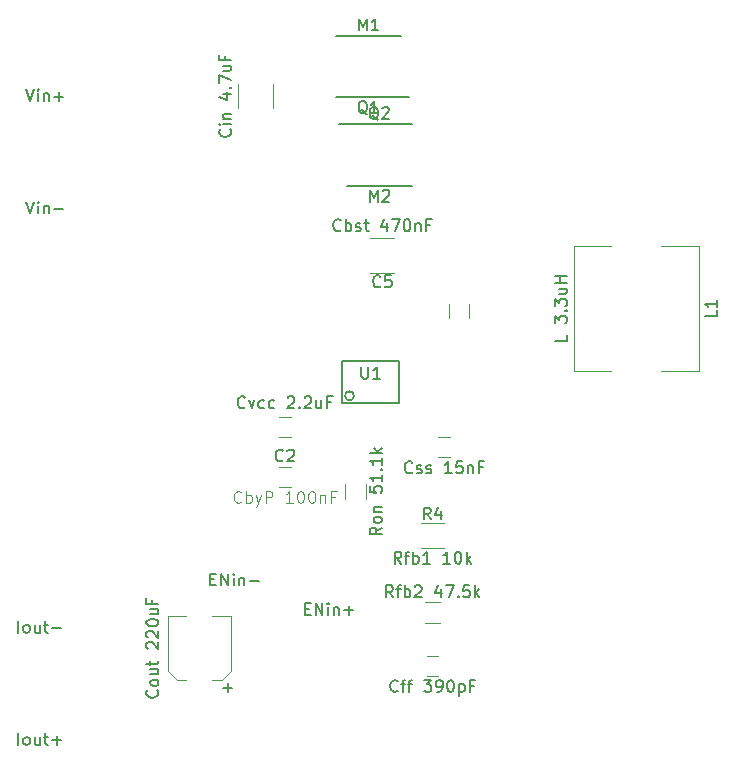
<source format=gbr>
G04 #@! TF.GenerationSoftware,KiCad,Pcbnew,(5.0.0)*
G04 #@! TF.CreationDate,2018-12-18T17:12:43+00:00*
G04 #@! TF.ProjectId,lm3150,6C6D333135302E6B696361645F706362,rev?*
G04 #@! TF.SameCoordinates,Original*
G04 #@! TF.FileFunction,Legend,Top*
G04 #@! TF.FilePolarity,Positive*
%FSLAX46Y46*%
G04 Gerber Fmt 4.6, Leading zero omitted, Abs format (unit mm)*
G04 Created by KiCad (PCBNEW (5.0.0)) date 12/18/18 17:12:43*
%MOMM*%
%LPD*%
G01*
G04 APERTURE LIST*
%ADD10C,0.120000*%
%ADD11C,0.150000*%
G04 APERTURE END LIST*
D10*
G04 #@! TO.C,C1*
X119230000Y-46000000D02*
X119230000Y-44000000D01*
X116270000Y-44000000D02*
X116270000Y-46000000D01*
G04 #@! TO.C,C2*
X119750000Y-78100000D02*
X120750000Y-78100000D01*
X120750000Y-76400000D02*
X119750000Y-76400000D01*
G04 #@! TO.C,C3*
X134250000Y-73900000D02*
X133250000Y-73900000D01*
X133250000Y-75600000D02*
X134250000Y-75600000D01*
G04 #@! TO.C,C4*
X120750000Y-72150000D02*
X119750000Y-72150000D01*
X119750000Y-73850000D02*
X120750000Y-73850000D01*
G04 #@! TO.C,C5*
X129500000Y-57020000D02*
X127500000Y-57020000D01*
X127500000Y-59980000D02*
X129500000Y-59980000D01*
G04 #@! TO.C,C6*
X132250000Y-94100000D02*
X133250000Y-94100000D01*
X133250000Y-92400000D02*
X132250000Y-92400000D01*
G04 #@! TO.C,C7*
X115670000Y-93660000D02*
X115670000Y-89080000D01*
X114910000Y-94420000D02*
X115670000Y-93660000D01*
X110330000Y-93660000D02*
X111090000Y-94420000D01*
X110330000Y-89080000D02*
X110330000Y-93660000D01*
X111090000Y-94420000D02*
X111880000Y-94420000D01*
X114910000Y-94420000D02*
X114120000Y-94420000D01*
X110330000Y-89080000D02*
X111880000Y-89080000D01*
X115670000Y-89080000D02*
X114120000Y-89080000D01*
G04 #@! TO.C,L1*
X155300000Y-68300000D02*
X152100000Y-68300000D01*
X155300000Y-57700000D02*
X155300000Y-68300000D01*
X152100000Y-57700000D02*
X155300000Y-57700000D01*
X144700000Y-57700000D02*
X147900000Y-57700000D01*
X144700000Y-68300000D02*
X144700000Y-57700000D01*
X147900000Y-68300000D02*
X144700000Y-68300000D01*
D11*
G04 #@! TO.C,Q1*
X130760000Y-45100000D02*
X124560000Y-45100000D01*
X130060000Y-39900000D02*
X124560000Y-39900000D01*
G04 #@! TO.C,Q2*
X125500000Y-52600000D02*
X131000000Y-52600000D01*
X124800000Y-47400000D02*
X131000000Y-47400000D01*
D10*
G04 #@! TO.C,R1*
X127130000Y-77900000D02*
X127130000Y-79100000D01*
X125370000Y-79100000D02*
X125370000Y-77900000D01*
G04 #@! TO.C,R2*
X135880000Y-62650000D02*
X135880000Y-63850000D01*
X134120000Y-63850000D02*
X134120000Y-62650000D01*
G04 #@! TO.C,R3*
X133350000Y-89630000D02*
X132150000Y-89630000D01*
X132150000Y-87870000D02*
X133350000Y-87870000D01*
G04 #@! TO.C,R4*
X131750000Y-81180000D02*
X133750000Y-81180000D01*
X133750000Y-83320000D02*
X131750000Y-83320000D01*
D11*
G04 #@! TO.C,U1*
X126103000Y-70393000D02*
G75*
G03X126103000Y-70393000I-381000J0D01*
G01*
X125087000Y-71028000D02*
X125087000Y-67472000D01*
X129913000Y-71028000D02*
X125087000Y-71028000D01*
X129913000Y-67472000D02*
X129913000Y-71028000D01*
X125087000Y-67472000D02*
X129913000Y-67472000D01*
G04 #@! TO.C,C1*
X115607142Y-47833333D02*
X115654761Y-47880952D01*
X115702380Y-48023809D01*
X115702380Y-48119047D01*
X115654761Y-48261904D01*
X115559523Y-48357142D01*
X115464285Y-48404761D01*
X115273809Y-48452380D01*
X115130952Y-48452380D01*
X114940476Y-48404761D01*
X114845238Y-48357142D01*
X114750000Y-48261904D01*
X114702380Y-48119047D01*
X114702380Y-48023809D01*
X114750000Y-47880952D01*
X114797619Y-47833333D01*
X115702380Y-47404761D02*
X115035714Y-47404761D01*
X114702380Y-47404761D02*
X114750000Y-47452380D01*
X114797619Y-47404761D01*
X114750000Y-47357142D01*
X114702380Y-47404761D01*
X114797619Y-47404761D01*
X115035714Y-46928571D02*
X115702380Y-46928571D01*
X115130952Y-46928571D02*
X115083333Y-46880952D01*
X115035714Y-46785714D01*
X115035714Y-46642857D01*
X115083333Y-46547619D01*
X115178571Y-46500000D01*
X115702380Y-46500000D01*
X115035714Y-44833333D02*
X115702380Y-44833333D01*
X114654761Y-45071428D02*
X115369047Y-45309523D01*
X115369047Y-44690476D01*
X115607142Y-44309523D02*
X115654761Y-44261904D01*
X115702380Y-44309523D01*
X115654761Y-44357142D01*
X115607142Y-44309523D01*
X115702380Y-44309523D01*
X114702380Y-43928571D02*
X114702380Y-43261904D01*
X115702380Y-43690476D01*
X115035714Y-42452380D02*
X115702380Y-42452380D01*
X115035714Y-42880952D02*
X115559523Y-42880952D01*
X115654761Y-42833333D01*
X115702380Y-42738095D01*
X115702380Y-42595238D01*
X115654761Y-42500000D01*
X115607142Y-42452380D01*
X115178571Y-41642857D02*
X115178571Y-41976190D01*
X115702380Y-41976190D02*
X114702380Y-41976190D01*
X114702380Y-41500000D01*
G04 #@! TO.C,C2*
X120083333Y-75857142D02*
X120035714Y-75904761D01*
X119892857Y-75952380D01*
X119797619Y-75952380D01*
X119654761Y-75904761D01*
X119559523Y-75809523D01*
X119511904Y-75714285D01*
X119464285Y-75523809D01*
X119464285Y-75380952D01*
X119511904Y-75190476D01*
X119559523Y-75095238D01*
X119654761Y-75000000D01*
X119797619Y-74952380D01*
X119892857Y-74952380D01*
X120035714Y-75000000D01*
X120083333Y-75047619D01*
X120464285Y-75047619D02*
X120511904Y-75000000D01*
X120607142Y-74952380D01*
X120845238Y-74952380D01*
X120940476Y-75000000D01*
X120988095Y-75047619D01*
X121035714Y-75142857D01*
X121035714Y-75238095D01*
X120988095Y-75380952D01*
X120416666Y-75952380D01*
X121035714Y-75952380D01*
D10*
X116535714Y-79357142D02*
X116488095Y-79404761D01*
X116345238Y-79452380D01*
X116250000Y-79452380D01*
X116107142Y-79404761D01*
X116011904Y-79309523D01*
X115964285Y-79214285D01*
X115916666Y-79023809D01*
X115916666Y-78880952D01*
X115964285Y-78690476D01*
X116011904Y-78595238D01*
X116107142Y-78500000D01*
X116250000Y-78452380D01*
X116345238Y-78452380D01*
X116488095Y-78500000D01*
X116535714Y-78547619D01*
X116964285Y-79452380D02*
X116964285Y-78452380D01*
X116964285Y-78833333D02*
X117059523Y-78785714D01*
X117250000Y-78785714D01*
X117345238Y-78833333D01*
X117392857Y-78880952D01*
X117440476Y-78976190D01*
X117440476Y-79261904D01*
X117392857Y-79357142D01*
X117345238Y-79404761D01*
X117250000Y-79452380D01*
X117059523Y-79452380D01*
X116964285Y-79404761D01*
X117773809Y-78785714D02*
X118011904Y-79452380D01*
X118250000Y-78785714D02*
X118011904Y-79452380D01*
X117916666Y-79690476D01*
X117869047Y-79738095D01*
X117773809Y-79785714D01*
X118630952Y-79452380D02*
X118630952Y-78452380D01*
X119011904Y-78452380D01*
X119107142Y-78500000D01*
X119154761Y-78547619D01*
X119202380Y-78642857D01*
X119202380Y-78785714D01*
X119154761Y-78880952D01*
X119107142Y-78928571D01*
X119011904Y-78976190D01*
X118630952Y-78976190D01*
X120916666Y-79452380D02*
X120345238Y-79452380D01*
X120630952Y-79452380D02*
X120630952Y-78452380D01*
X120535714Y-78595238D01*
X120440476Y-78690476D01*
X120345238Y-78738095D01*
X121535714Y-78452380D02*
X121630952Y-78452380D01*
X121726190Y-78500000D01*
X121773809Y-78547619D01*
X121821428Y-78642857D01*
X121869047Y-78833333D01*
X121869047Y-79071428D01*
X121821428Y-79261904D01*
X121773809Y-79357142D01*
X121726190Y-79404761D01*
X121630952Y-79452380D01*
X121535714Y-79452380D01*
X121440476Y-79404761D01*
X121392857Y-79357142D01*
X121345238Y-79261904D01*
X121297619Y-79071428D01*
X121297619Y-78833333D01*
X121345238Y-78642857D01*
X121392857Y-78547619D01*
X121440476Y-78500000D01*
X121535714Y-78452380D01*
X122488095Y-78452380D02*
X122583333Y-78452380D01*
X122678571Y-78500000D01*
X122726190Y-78547619D01*
X122773809Y-78642857D01*
X122821428Y-78833333D01*
X122821428Y-79071428D01*
X122773809Y-79261904D01*
X122726190Y-79357142D01*
X122678571Y-79404761D01*
X122583333Y-79452380D01*
X122488095Y-79452380D01*
X122392857Y-79404761D01*
X122345238Y-79357142D01*
X122297619Y-79261904D01*
X122250000Y-79071428D01*
X122250000Y-78833333D01*
X122297619Y-78642857D01*
X122345238Y-78547619D01*
X122392857Y-78500000D01*
X122488095Y-78452380D01*
X123250000Y-78785714D02*
X123250000Y-79452380D01*
X123250000Y-78880952D02*
X123297619Y-78833333D01*
X123392857Y-78785714D01*
X123535714Y-78785714D01*
X123630952Y-78833333D01*
X123678571Y-78928571D01*
X123678571Y-79452380D01*
X124488095Y-78928571D02*
X124154761Y-78928571D01*
X124154761Y-79452380D02*
X124154761Y-78452380D01*
X124630952Y-78452380D01*
G04 #@! TO.C,C3*
D11*
X131035714Y-76857142D02*
X130988095Y-76904761D01*
X130845238Y-76952380D01*
X130750000Y-76952380D01*
X130607142Y-76904761D01*
X130511904Y-76809523D01*
X130464285Y-76714285D01*
X130416666Y-76523809D01*
X130416666Y-76380952D01*
X130464285Y-76190476D01*
X130511904Y-76095238D01*
X130607142Y-76000000D01*
X130750000Y-75952380D01*
X130845238Y-75952380D01*
X130988095Y-76000000D01*
X131035714Y-76047619D01*
X131416666Y-76904761D02*
X131511904Y-76952380D01*
X131702380Y-76952380D01*
X131797619Y-76904761D01*
X131845238Y-76809523D01*
X131845238Y-76761904D01*
X131797619Y-76666666D01*
X131702380Y-76619047D01*
X131559523Y-76619047D01*
X131464285Y-76571428D01*
X131416666Y-76476190D01*
X131416666Y-76428571D01*
X131464285Y-76333333D01*
X131559523Y-76285714D01*
X131702380Y-76285714D01*
X131797619Y-76333333D01*
X132226190Y-76904761D02*
X132321428Y-76952380D01*
X132511904Y-76952380D01*
X132607142Y-76904761D01*
X132654761Y-76809523D01*
X132654761Y-76761904D01*
X132607142Y-76666666D01*
X132511904Y-76619047D01*
X132369047Y-76619047D01*
X132273809Y-76571428D01*
X132226190Y-76476190D01*
X132226190Y-76428571D01*
X132273809Y-76333333D01*
X132369047Y-76285714D01*
X132511904Y-76285714D01*
X132607142Y-76333333D01*
X134369047Y-76952380D02*
X133797619Y-76952380D01*
X134083333Y-76952380D02*
X134083333Y-75952380D01*
X133988095Y-76095238D01*
X133892857Y-76190476D01*
X133797619Y-76238095D01*
X135273809Y-75952380D02*
X134797619Y-75952380D01*
X134750000Y-76428571D01*
X134797619Y-76380952D01*
X134892857Y-76333333D01*
X135130952Y-76333333D01*
X135226190Y-76380952D01*
X135273809Y-76428571D01*
X135321428Y-76523809D01*
X135321428Y-76761904D01*
X135273809Y-76857142D01*
X135226190Y-76904761D01*
X135130952Y-76952380D01*
X134892857Y-76952380D01*
X134797619Y-76904761D01*
X134750000Y-76857142D01*
X135750000Y-76285714D02*
X135750000Y-76952380D01*
X135750000Y-76380952D02*
X135797619Y-76333333D01*
X135892857Y-76285714D01*
X136035714Y-76285714D01*
X136130952Y-76333333D01*
X136178571Y-76428571D01*
X136178571Y-76952380D01*
X136988095Y-76428571D02*
X136654761Y-76428571D01*
X136654761Y-76952380D02*
X136654761Y-75952380D01*
X137130952Y-75952380D01*
G04 #@! TO.C,C4*
X116869047Y-71357142D02*
X116821428Y-71404761D01*
X116678571Y-71452380D01*
X116583333Y-71452380D01*
X116440476Y-71404761D01*
X116345238Y-71309523D01*
X116297619Y-71214285D01*
X116250000Y-71023809D01*
X116250000Y-70880952D01*
X116297619Y-70690476D01*
X116345238Y-70595238D01*
X116440476Y-70500000D01*
X116583333Y-70452380D01*
X116678571Y-70452380D01*
X116821428Y-70500000D01*
X116869047Y-70547619D01*
X117202380Y-70785714D02*
X117440476Y-71452380D01*
X117678571Y-70785714D01*
X118488095Y-71404761D02*
X118392857Y-71452380D01*
X118202380Y-71452380D01*
X118107142Y-71404761D01*
X118059523Y-71357142D01*
X118011904Y-71261904D01*
X118011904Y-70976190D01*
X118059523Y-70880952D01*
X118107142Y-70833333D01*
X118202380Y-70785714D01*
X118392857Y-70785714D01*
X118488095Y-70833333D01*
X119345238Y-71404761D02*
X119250000Y-71452380D01*
X119059523Y-71452380D01*
X118964285Y-71404761D01*
X118916666Y-71357142D01*
X118869047Y-71261904D01*
X118869047Y-70976190D01*
X118916666Y-70880952D01*
X118964285Y-70833333D01*
X119059523Y-70785714D01*
X119250000Y-70785714D01*
X119345238Y-70833333D01*
X120488095Y-70547619D02*
X120535714Y-70500000D01*
X120630952Y-70452380D01*
X120869047Y-70452380D01*
X120964285Y-70500000D01*
X121011904Y-70547619D01*
X121059523Y-70642857D01*
X121059523Y-70738095D01*
X121011904Y-70880952D01*
X120440476Y-71452380D01*
X121059523Y-71452380D01*
X121488095Y-71357142D02*
X121535714Y-71404761D01*
X121488095Y-71452380D01*
X121440476Y-71404761D01*
X121488095Y-71357142D01*
X121488095Y-71452380D01*
X121916666Y-70547619D02*
X121964285Y-70500000D01*
X122059523Y-70452380D01*
X122297619Y-70452380D01*
X122392857Y-70500000D01*
X122440476Y-70547619D01*
X122488095Y-70642857D01*
X122488095Y-70738095D01*
X122440476Y-70880952D01*
X121869047Y-71452380D01*
X122488095Y-71452380D01*
X123345238Y-70785714D02*
X123345238Y-71452380D01*
X122916666Y-70785714D02*
X122916666Y-71309523D01*
X122964285Y-71404761D01*
X123059523Y-71452380D01*
X123202380Y-71452380D01*
X123297619Y-71404761D01*
X123345238Y-71357142D01*
X124154761Y-70928571D02*
X123821428Y-70928571D01*
X123821428Y-71452380D02*
X123821428Y-70452380D01*
X124297619Y-70452380D01*
G04 #@! TO.C,C5*
X128333333Y-61107142D02*
X128285714Y-61154761D01*
X128142857Y-61202380D01*
X128047619Y-61202380D01*
X127904761Y-61154761D01*
X127809523Y-61059523D01*
X127761904Y-60964285D01*
X127714285Y-60773809D01*
X127714285Y-60630952D01*
X127761904Y-60440476D01*
X127809523Y-60345238D01*
X127904761Y-60250000D01*
X128047619Y-60202380D01*
X128142857Y-60202380D01*
X128285714Y-60250000D01*
X128333333Y-60297619D01*
X129238095Y-60202380D02*
X128761904Y-60202380D01*
X128714285Y-60678571D01*
X128761904Y-60630952D01*
X128857142Y-60583333D01*
X129095238Y-60583333D01*
X129190476Y-60630952D01*
X129238095Y-60678571D01*
X129285714Y-60773809D01*
X129285714Y-61011904D01*
X129238095Y-61107142D01*
X129190476Y-61154761D01*
X129095238Y-61202380D01*
X128857142Y-61202380D01*
X128761904Y-61154761D01*
X128714285Y-61107142D01*
X124976190Y-56357142D02*
X124928571Y-56404761D01*
X124785714Y-56452380D01*
X124690476Y-56452380D01*
X124547619Y-56404761D01*
X124452380Y-56309523D01*
X124404761Y-56214285D01*
X124357142Y-56023809D01*
X124357142Y-55880952D01*
X124404761Y-55690476D01*
X124452380Y-55595238D01*
X124547619Y-55500000D01*
X124690476Y-55452380D01*
X124785714Y-55452380D01*
X124928571Y-55500000D01*
X124976190Y-55547619D01*
X125404761Y-56452380D02*
X125404761Y-55452380D01*
X125404761Y-55833333D02*
X125500000Y-55785714D01*
X125690476Y-55785714D01*
X125785714Y-55833333D01*
X125833333Y-55880952D01*
X125880952Y-55976190D01*
X125880952Y-56261904D01*
X125833333Y-56357142D01*
X125785714Y-56404761D01*
X125690476Y-56452380D01*
X125500000Y-56452380D01*
X125404761Y-56404761D01*
X126261904Y-56404761D02*
X126357142Y-56452380D01*
X126547619Y-56452380D01*
X126642857Y-56404761D01*
X126690476Y-56309523D01*
X126690476Y-56261904D01*
X126642857Y-56166666D01*
X126547619Y-56119047D01*
X126404761Y-56119047D01*
X126309523Y-56071428D01*
X126261904Y-55976190D01*
X126261904Y-55928571D01*
X126309523Y-55833333D01*
X126404761Y-55785714D01*
X126547619Y-55785714D01*
X126642857Y-55833333D01*
X126976190Y-55785714D02*
X127357142Y-55785714D01*
X127119047Y-55452380D02*
X127119047Y-56309523D01*
X127166666Y-56404761D01*
X127261904Y-56452380D01*
X127357142Y-56452380D01*
X128880952Y-55785714D02*
X128880952Y-56452380D01*
X128642857Y-55404761D02*
X128404761Y-56119047D01*
X129023809Y-56119047D01*
X129309523Y-55452380D02*
X129976190Y-55452380D01*
X129547619Y-56452380D01*
X130547619Y-55452380D02*
X130642857Y-55452380D01*
X130738095Y-55500000D01*
X130785714Y-55547619D01*
X130833333Y-55642857D01*
X130880952Y-55833333D01*
X130880952Y-56071428D01*
X130833333Y-56261904D01*
X130785714Y-56357142D01*
X130738095Y-56404761D01*
X130642857Y-56452380D01*
X130547619Y-56452380D01*
X130452380Y-56404761D01*
X130404761Y-56357142D01*
X130357142Y-56261904D01*
X130309523Y-56071428D01*
X130309523Y-55833333D01*
X130357142Y-55642857D01*
X130404761Y-55547619D01*
X130452380Y-55500000D01*
X130547619Y-55452380D01*
X131309523Y-55785714D02*
X131309523Y-56452380D01*
X131309523Y-55880952D02*
X131357142Y-55833333D01*
X131452380Y-55785714D01*
X131595238Y-55785714D01*
X131690476Y-55833333D01*
X131738095Y-55928571D01*
X131738095Y-56452380D01*
X132547619Y-55928571D02*
X132214285Y-55928571D01*
X132214285Y-56452380D02*
X132214285Y-55452380D01*
X132690476Y-55452380D01*
G04 #@! TO.C,C6*
X129797619Y-95357142D02*
X129750000Y-95404761D01*
X129607142Y-95452380D01*
X129511904Y-95452380D01*
X129369047Y-95404761D01*
X129273809Y-95309523D01*
X129226190Y-95214285D01*
X129178571Y-95023809D01*
X129178571Y-94880952D01*
X129226190Y-94690476D01*
X129273809Y-94595238D01*
X129369047Y-94500000D01*
X129511904Y-94452380D01*
X129607142Y-94452380D01*
X129750000Y-94500000D01*
X129797619Y-94547619D01*
X130083333Y-94785714D02*
X130464285Y-94785714D01*
X130226190Y-95452380D02*
X130226190Y-94595238D01*
X130273809Y-94500000D01*
X130369047Y-94452380D01*
X130464285Y-94452380D01*
X130654761Y-94785714D02*
X131035714Y-94785714D01*
X130797619Y-95452380D02*
X130797619Y-94595238D01*
X130845238Y-94500000D01*
X130940476Y-94452380D01*
X131035714Y-94452380D01*
X132035714Y-94452380D02*
X132654761Y-94452380D01*
X132321428Y-94833333D01*
X132464285Y-94833333D01*
X132559523Y-94880952D01*
X132607142Y-94928571D01*
X132654761Y-95023809D01*
X132654761Y-95261904D01*
X132607142Y-95357142D01*
X132559523Y-95404761D01*
X132464285Y-95452380D01*
X132178571Y-95452380D01*
X132083333Y-95404761D01*
X132035714Y-95357142D01*
X133130952Y-95452380D02*
X133321428Y-95452380D01*
X133416666Y-95404761D01*
X133464285Y-95357142D01*
X133559523Y-95214285D01*
X133607142Y-95023809D01*
X133607142Y-94642857D01*
X133559523Y-94547619D01*
X133511904Y-94500000D01*
X133416666Y-94452380D01*
X133226190Y-94452380D01*
X133130952Y-94500000D01*
X133083333Y-94547619D01*
X133035714Y-94642857D01*
X133035714Y-94880952D01*
X133083333Y-94976190D01*
X133130952Y-95023809D01*
X133226190Y-95071428D01*
X133416666Y-95071428D01*
X133511904Y-95023809D01*
X133559523Y-94976190D01*
X133607142Y-94880952D01*
X134226190Y-94452380D02*
X134321428Y-94452380D01*
X134416666Y-94500000D01*
X134464285Y-94547619D01*
X134511904Y-94642857D01*
X134559523Y-94833333D01*
X134559523Y-95071428D01*
X134511904Y-95261904D01*
X134464285Y-95357142D01*
X134416666Y-95404761D01*
X134321428Y-95452380D01*
X134226190Y-95452380D01*
X134130952Y-95404761D01*
X134083333Y-95357142D01*
X134035714Y-95261904D01*
X133988095Y-95071428D01*
X133988095Y-94833333D01*
X134035714Y-94642857D01*
X134083333Y-94547619D01*
X134130952Y-94500000D01*
X134226190Y-94452380D01*
X134988095Y-94785714D02*
X134988095Y-95785714D01*
X134988095Y-94833333D02*
X135083333Y-94785714D01*
X135273809Y-94785714D01*
X135369047Y-94833333D01*
X135416666Y-94880952D01*
X135464285Y-94976190D01*
X135464285Y-95261904D01*
X135416666Y-95357142D01*
X135369047Y-95404761D01*
X135273809Y-95452380D01*
X135083333Y-95452380D01*
X134988095Y-95404761D01*
X136226190Y-94928571D02*
X135892857Y-94928571D01*
X135892857Y-95452380D02*
X135892857Y-94452380D01*
X136369047Y-94452380D01*
G04 #@! TO.C,C7*
X109437142Y-95321428D02*
X109484761Y-95369047D01*
X109532380Y-95511904D01*
X109532380Y-95607142D01*
X109484761Y-95750000D01*
X109389523Y-95845238D01*
X109294285Y-95892857D01*
X109103809Y-95940476D01*
X108960952Y-95940476D01*
X108770476Y-95892857D01*
X108675238Y-95845238D01*
X108580000Y-95750000D01*
X108532380Y-95607142D01*
X108532380Y-95511904D01*
X108580000Y-95369047D01*
X108627619Y-95321428D01*
X109532380Y-94750000D02*
X109484761Y-94845238D01*
X109437142Y-94892857D01*
X109341904Y-94940476D01*
X109056190Y-94940476D01*
X108960952Y-94892857D01*
X108913333Y-94845238D01*
X108865714Y-94750000D01*
X108865714Y-94607142D01*
X108913333Y-94511904D01*
X108960952Y-94464285D01*
X109056190Y-94416666D01*
X109341904Y-94416666D01*
X109437142Y-94464285D01*
X109484761Y-94511904D01*
X109532380Y-94607142D01*
X109532380Y-94750000D01*
X108865714Y-93559523D02*
X109532380Y-93559523D01*
X108865714Y-93988095D02*
X109389523Y-93988095D01*
X109484761Y-93940476D01*
X109532380Y-93845238D01*
X109532380Y-93702380D01*
X109484761Y-93607142D01*
X109437142Y-93559523D01*
X108865714Y-93226190D02*
X108865714Y-92845238D01*
X108532380Y-93083333D02*
X109389523Y-93083333D01*
X109484761Y-93035714D01*
X109532380Y-92940476D01*
X109532380Y-92845238D01*
X108627619Y-91797619D02*
X108580000Y-91750000D01*
X108532380Y-91654761D01*
X108532380Y-91416666D01*
X108580000Y-91321428D01*
X108627619Y-91273809D01*
X108722857Y-91226190D01*
X108818095Y-91226190D01*
X108960952Y-91273809D01*
X109532380Y-91845238D01*
X109532380Y-91226190D01*
X108627619Y-90845238D02*
X108580000Y-90797619D01*
X108532380Y-90702380D01*
X108532380Y-90464285D01*
X108580000Y-90369047D01*
X108627619Y-90321428D01*
X108722857Y-90273809D01*
X108818095Y-90273809D01*
X108960952Y-90321428D01*
X109532380Y-90892857D01*
X109532380Y-90273809D01*
X108532380Y-89654761D02*
X108532380Y-89559523D01*
X108580000Y-89464285D01*
X108627619Y-89416666D01*
X108722857Y-89369047D01*
X108913333Y-89321428D01*
X109151428Y-89321428D01*
X109341904Y-89369047D01*
X109437142Y-89416666D01*
X109484761Y-89464285D01*
X109532380Y-89559523D01*
X109532380Y-89654761D01*
X109484761Y-89750000D01*
X109437142Y-89797619D01*
X109341904Y-89845238D01*
X109151428Y-89892857D01*
X108913333Y-89892857D01*
X108722857Y-89845238D01*
X108627619Y-89797619D01*
X108580000Y-89750000D01*
X108532380Y-89654761D01*
X108865714Y-88464285D02*
X109532380Y-88464285D01*
X108865714Y-88892857D02*
X109389523Y-88892857D01*
X109484761Y-88845238D01*
X109532380Y-88750000D01*
X109532380Y-88607142D01*
X109484761Y-88511904D01*
X109437142Y-88464285D01*
X109008571Y-87654761D02*
X109008571Y-87988095D01*
X109532380Y-87988095D02*
X108532380Y-87988095D01*
X108532380Y-87511904D01*
X115421428Y-95510952D02*
X115421428Y-94749047D01*
X115802380Y-95130000D02*
X115040476Y-95130000D01*
G04 #@! TO.C,L1*
X156802380Y-63166666D02*
X156802380Y-63642857D01*
X155802380Y-63642857D01*
X156802380Y-62309523D02*
X156802380Y-62880952D01*
X156802380Y-62595238D02*
X155802380Y-62595238D01*
X155945238Y-62690476D01*
X156040476Y-62785714D01*
X156088095Y-62880952D01*
X144102380Y-65238095D02*
X144102380Y-65714285D01*
X143102380Y-65714285D01*
X143102380Y-64238095D02*
X143102380Y-63619047D01*
X143483333Y-63952380D01*
X143483333Y-63809523D01*
X143530952Y-63714285D01*
X143578571Y-63666666D01*
X143673809Y-63619047D01*
X143911904Y-63619047D01*
X144007142Y-63666666D01*
X144054761Y-63714285D01*
X144102380Y-63809523D01*
X144102380Y-64095238D01*
X144054761Y-64190476D01*
X144007142Y-64238095D01*
X144007142Y-63190476D02*
X144054761Y-63142857D01*
X144102380Y-63190476D01*
X144054761Y-63238095D01*
X144007142Y-63190476D01*
X144102380Y-63190476D01*
X143102380Y-62809523D02*
X143102380Y-62190476D01*
X143483333Y-62523809D01*
X143483333Y-62380952D01*
X143530952Y-62285714D01*
X143578571Y-62238095D01*
X143673809Y-62190476D01*
X143911904Y-62190476D01*
X144007142Y-62238095D01*
X144054761Y-62285714D01*
X144102380Y-62380952D01*
X144102380Y-62666666D01*
X144054761Y-62761904D01*
X144007142Y-62809523D01*
X143435714Y-61333333D02*
X144102380Y-61333333D01*
X143435714Y-61761904D02*
X143959523Y-61761904D01*
X144054761Y-61714285D01*
X144102380Y-61619047D01*
X144102380Y-61476190D01*
X144054761Y-61380952D01*
X144007142Y-61333333D01*
X144102380Y-60857142D02*
X143102380Y-60857142D01*
X143578571Y-60857142D02*
X143578571Y-60285714D01*
X144102380Y-60285714D02*
X143102380Y-60285714D01*
G04 #@! TO.C,MH1*
X98357142Y-53952380D02*
X98690476Y-54952380D01*
X99023809Y-53952380D01*
X99357142Y-54952380D02*
X99357142Y-54285714D01*
X99357142Y-53952380D02*
X99309523Y-54000000D01*
X99357142Y-54047619D01*
X99404761Y-54000000D01*
X99357142Y-53952380D01*
X99357142Y-54047619D01*
X99833333Y-54285714D02*
X99833333Y-54952380D01*
X99833333Y-54380952D02*
X99880952Y-54333333D01*
X99976190Y-54285714D01*
X100119047Y-54285714D01*
X100214285Y-54333333D01*
X100261904Y-54428571D01*
X100261904Y-54952380D01*
X100738095Y-54571428D02*
X101500000Y-54571428D01*
G04 #@! TO.C,MH2*
X98357142Y-44452380D02*
X98690476Y-45452380D01*
X99023809Y-44452380D01*
X99357142Y-45452380D02*
X99357142Y-44785714D01*
X99357142Y-44452380D02*
X99309523Y-44500000D01*
X99357142Y-44547619D01*
X99404761Y-44500000D01*
X99357142Y-44452380D01*
X99357142Y-44547619D01*
X99833333Y-44785714D02*
X99833333Y-45452380D01*
X99833333Y-44880952D02*
X99880952Y-44833333D01*
X99976190Y-44785714D01*
X100119047Y-44785714D01*
X100214285Y-44833333D01*
X100261904Y-44928571D01*
X100261904Y-45452380D01*
X100738095Y-45071428D02*
X101500000Y-45071428D01*
X101119047Y-45452380D02*
X101119047Y-44690476D01*
G04 #@! TO.C,MH3*
X113952380Y-85928571D02*
X114285714Y-85928571D01*
X114428571Y-86452380D02*
X113952380Y-86452380D01*
X113952380Y-85452380D01*
X114428571Y-85452380D01*
X114857142Y-86452380D02*
X114857142Y-85452380D01*
X115428571Y-86452380D01*
X115428571Y-85452380D01*
X115904761Y-86452380D02*
X115904761Y-85785714D01*
X115904761Y-85452380D02*
X115857142Y-85500000D01*
X115904761Y-85547619D01*
X115952380Y-85500000D01*
X115904761Y-85452380D01*
X115904761Y-85547619D01*
X116380952Y-85785714D02*
X116380952Y-86452380D01*
X116380952Y-85880952D02*
X116428571Y-85833333D01*
X116523809Y-85785714D01*
X116666666Y-85785714D01*
X116761904Y-85833333D01*
X116809523Y-85928571D01*
X116809523Y-86452380D01*
X117285714Y-86071428D02*
X118047619Y-86071428D01*
G04 #@! TO.C,MH4*
X121952380Y-88428571D02*
X122285714Y-88428571D01*
X122428571Y-88952380D02*
X121952380Y-88952380D01*
X121952380Y-87952380D01*
X122428571Y-87952380D01*
X122857142Y-88952380D02*
X122857142Y-87952380D01*
X123428571Y-88952380D01*
X123428571Y-87952380D01*
X123904761Y-88952380D02*
X123904761Y-88285714D01*
X123904761Y-87952380D02*
X123857142Y-88000000D01*
X123904761Y-88047619D01*
X123952380Y-88000000D01*
X123904761Y-87952380D01*
X123904761Y-88047619D01*
X124380952Y-88285714D02*
X124380952Y-88952380D01*
X124380952Y-88380952D02*
X124428571Y-88333333D01*
X124523809Y-88285714D01*
X124666666Y-88285714D01*
X124761904Y-88333333D01*
X124809523Y-88428571D01*
X124809523Y-88952380D01*
X125285714Y-88571428D02*
X126047619Y-88571428D01*
X125666666Y-88952380D02*
X125666666Y-88190476D01*
G04 #@! TO.C,MH5*
X97690476Y-99952380D02*
X97690476Y-98952380D01*
X98309523Y-99952380D02*
X98214285Y-99904761D01*
X98166666Y-99857142D01*
X98119047Y-99761904D01*
X98119047Y-99476190D01*
X98166666Y-99380952D01*
X98214285Y-99333333D01*
X98309523Y-99285714D01*
X98452380Y-99285714D01*
X98547619Y-99333333D01*
X98595238Y-99380952D01*
X98642857Y-99476190D01*
X98642857Y-99761904D01*
X98595238Y-99857142D01*
X98547619Y-99904761D01*
X98452380Y-99952380D01*
X98309523Y-99952380D01*
X99500000Y-99285714D02*
X99500000Y-99952380D01*
X99071428Y-99285714D02*
X99071428Y-99809523D01*
X99119047Y-99904761D01*
X99214285Y-99952380D01*
X99357142Y-99952380D01*
X99452380Y-99904761D01*
X99500000Y-99857142D01*
X99833333Y-99285714D02*
X100214285Y-99285714D01*
X99976190Y-98952380D02*
X99976190Y-99809523D01*
X100023809Y-99904761D01*
X100119047Y-99952380D01*
X100214285Y-99952380D01*
X100547619Y-99571428D02*
X101309523Y-99571428D01*
X100928571Y-99952380D02*
X100928571Y-99190476D01*
G04 #@! TO.C,MH6*
X97690476Y-90452380D02*
X97690476Y-89452380D01*
X98309523Y-90452380D02*
X98214285Y-90404761D01*
X98166666Y-90357142D01*
X98119047Y-90261904D01*
X98119047Y-89976190D01*
X98166666Y-89880952D01*
X98214285Y-89833333D01*
X98309523Y-89785714D01*
X98452380Y-89785714D01*
X98547619Y-89833333D01*
X98595238Y-89880952D01*
X98642857Y-89976190D01*
X98642857Y-90261904D01*
X98595238Y-90357142D01*
X98547619Y-90404761D01*
X98452380Y-90452380D01*
X98309523Y-90452380D01*
X99500000Y-89785714D02*
X99500000Y-90452380D01*
X99071428Y-89785714D02*
X99071428Y-90309523D01*
X99119047Y-90404761D01*
X99214285Y-90452380D01*
X99357142Y-90452380D01*
X99452380Y-90404761D01*
X99500000Y-90357142D01*
X99833333Y-89785714D02*
X100214285Y-89785714D01*
X99976190Y-89452380D02*
X99976190Y-90309523D01*
X100023809Y-90404761D01*
X100119047Y-90452380D01*
X100214285Y-90452380D01*
X100547619Y-90071428D02*
X101309523Y-90071428D01*
G04 #@! TO.C,Q1*
X127214761Y-46547619D02*
X127119523Y-46500000D01*
X127024285Y-46404761D01*
X126881428Y-46261904D01*
X126786190Y-46214285D01*
X126690952Y-46214285D01*
X126738571Y-46452380D02*
X126643333Y-46404761D01*
X126548095Y-46309523D01*
X126500476Y-46119047D01*
X126500476Y-45785714D01*
X126548095Y-45595238D01*
X126643333Y-45500000D01*
X126738571Y-45452380D01*
X126929047Y-45452380D01*
X127024285Y-45500000D01*
X127119523Y-45595238D01*
X127167142Y-45785714D01*
X127167142Y-46119047D01*
X127119523Y-46309523D01*
X127024285Y-46404761D01*
X126929047Y-46452380D01*
X126738571Y-46452380D01*
X128119523Y-46452380D02*
X127548095Y-46452380D01*
X127833809Y-46452380D02*
X127833809Y-45452380D01*
X127738571Y-45595238D01*
X127643333Y-45690476D01*
X127548095Y-45738095D01*
X126500476Y-39452380D02*
X126500476Y-38452380D01*
X126833809Y-39166666D01*
X127167142Y-38452380D01*
X127167142Y-39452380D01*
X128167142Y-39452380D02*
X127595714Y-39452380D01*
X127881428Y-39452380D02*
X127881428Y-38452380D01*
X127786190Y-38595238D01*
X127690952Y-38690476D01*
X127595714Y-38738095D01*
G04 #@! TO.C,Q2*
X128154761Y-47047619D02*
X128059523Y-47000000D01*
X127964285Y-46904761D01*
X127821428Y-46761904D01*
X127726190Y-46714285D01*
X127630952Y-46714285D01*
X127678571Y-46952380D02*
X127583333Y-46904761D01*
X127488095Y-46809523D01*
X127440476Y-46619047D01*
X127440476Y-46285714D01*
X127488095Y-46095238D01*
X127583333Y-46000000D01*
X127678571Y-45952380D01*
X127869047Y-45952380D01*
X127964285Y-46000000D01*
X128059523Y-46095238D01*
X128107142Y-46285714D01*
X128107142Y-46619047D01*
X128059523Y-46809523D01*
X127964285Y-46904761D01*
X127869047Y-46952380D01*
X127678571Y-46952380D01*
X128488095Y-46047619D02*
X128535714Y-46000000D01*
X128630952Y-45952380D01*
X128869047Y-45952380D01*
X128964285Y-46000000D01*
X129011904Y-46047619D01*
X129059523Y-46142857D01*
X129059523Y-46238095D01*
X129011904Y-46380952D01*
X128440476Y-46952380D01*
X129059523Y-46952380D01*
X127440476Y-53952380D02*
X127440476Y-52952380D01*
X127773809Y-53666666D01*
X128107142Y-52952380D01*
X128107142Y-53952380D01*
X128535714Y-53047619D02*
X128583333Y-53000000D01*
X128678571Y-52952380D01*
X128916666Y-52952380D01*
X129011904Y-53000000D01*
X129059523Y-53047619D01*
X129107142Y-53142857D01*
X129107142Y-53238095D01*
X129059523Y-53380952D01*
X128488095Y-53952380D01*
X129107142Y-53952380D01*
G04 #@! TO.C,R1*
X128452380Y-81547619D02*
X127976190Y-81880952D01*
X128452380Y-82119047D02*
X127452380Y-82119047D01*
X127452380Y-81738095D01*
X127500000Y-81642857D01*
X127547619Y-81595238D01*
X127642857Y-81547619D01*
X127785714Y-81547619D01*
X127880952Y-81595238D01*
X127928571Y-81642857D01*
X127976190Y-81738095D01*
X127976190Y-82119047D01*
X128452380Y-80976190D02*
X128404761Y-81071428D01*
X128357142Y-81119047D01*
X128261904Y-81166666D01*
X127976190Y-81166666D01*
X127880952Y-81119047D01*
X127833333Y-81071428D01*
X127785714Y-80976190D01*
X127785714Y-80833333D01*
X127833333Y-80738095D01*
X127880952Y-80690476D01*
X127976190Y-80642857D01*
X128261904Y-80642857D01*
X128357142Y-80690476D01*
X128404761Y-80738095D01*
X128452380Y-80833333D01*
X128452380Y-80976190D01*
X127785714Y-80214285D02*
X128452380Y-80214285D01*
X127880952Y-80214285D02*
X127833333Y-80166666D01*
X127785714Y-80071428D01*
X127785714Y-79928571D01*
X127833333Y-79833333D01*
X127928571Y-79785714D01*
X128452380Y-79785714D01*
X127452380Y-78071428D02*
X127452380Y-78547619D01*
X127928571Y-78595238D01*
X127880952Y-78547619D01*
X127833333Y-78452380D01*
X127833333Y-78214285D01*
X127880952Y-78119047D01*
X127928571Y-78071428D01*
X128023809Y-78023809D01*
X128261904Y-78023809D01*
X128357142Y-78071428D01*
X128404761Y-78119047D01*
X128452380Y-78214285D01*
X128452380Y-78452380D01*
X128404761Y-78547619D01*
X128357142Y-78595238D01*
X128452380Y-77071428D02*
X128452380Y-77642857D01*
X128452380Y-77357142D02*
X127452380Y-77357142D01*
X127595238Y-77452380D01*
X127690476Y-77547619D01*
X127738095Y-77642857D01*
X128357142Y-76642857D02*
X128404761Y-76595238D01*
X128452380Y-76642857D01*
X128404761Y-76690476D01*
X128357142Y-76642857D01*
X128452380Y-76642857D01*
X128452380Y-75642857D02*
X128452380Y-76214285D01*
X128452380Y-75928571D02*
X127452380Y-75928571D01*
X127595238Y-76023809D01*
X127690476Y-76119047D01*
X127738095Y-76214285D01*
X128452380Y-75214285D02*
X127452380Y-75214285D01*
X128071428Y-75119047D02*
X128452380Y-74833333D01*
X127785714Y-74833333D02*
X128166666Y-75214285D01*
G04 #@! TO.C,R3*
X129392857Y-87452380D02*
X129059523Y-86976190D01*
X128821428Y-87452380D02*
X128821428Y-86452380D01*
X129202380Y-86452380D01*
X129297619Y-86500000D01*
X129345238Y-86547619D01*
X129392857Y-86642857D01*
X129392857Y-86785714D01*
X129345238Y-86880952D01*
X129297619Y-86928571D01*
X129202380Y-86976190D01*
X128821428Y-86976190D01*
X129678571Y-86785714D02*
X130059523Y-86785714D01*
X129821428Y-87452380D02*
X129821428Y-86595238D01*
X129869047Y-86500000D01*
X129964285Y-86452380D01*
X130059523Y-86452380D01*
X130392857Y-87452380D02*
X130392857Y-86452380D01*
X130392857Y-86833333D02*
X130488095Y-86785714D01*
X130678571Y-86785714D01*
X130773809Y-86833333D01*
X130821428Y-86880952D01*
X130869047Y-86976190D01*
X130869047Y-87261904D01*
X130821428Y-87357142D01*
X130773809Y-87404761D01*
X130678571Y-87452380D01*
X130488095Y-87452380D01*
X130392857Y-87404761D01*
X131250000Y-86547619D02*
X131297619Y-86500000D01*
X131392857Y-86452380D01*
X131630952Y-86452380D01*
X131726190Y-86500000D01*
X131773809Y-86547619D01*
X131821428Y-86642857D01*
X131821428Y-86738095D01*
X131773809Y-86880952D01*
X131202380Y-87452380D01*
X131821428Y-87452380D01*
X133440476Y-86785714D02*
X133440476Y-87452380D01*
X133202380Y-86404761D02*
X132964285Y-87119047D01*
X133583333Y-87119047D01*
X133869047Y-86452380D02*
X134535714Y-86452380D01*
X134107142Y-87452380D01*
X134916666Y-87357142D02*
X134964285Y-87404761D01*
X134916666Y-87452380D01*
X134869047Y-87404761D01*
X134916666Y-87357142D01*
X134916666Y-87452380D01*
X135869047Y-86452380D02*
X135392857Y-86452380D01*
X135345238Y-86928571D01*
X135392857Y-86880952D01*
X135488095Y-86833333D01*
X135726190Y-86833333D01*
X135821428Y-86880952D01*
X135869047Y-86928571D01*
X135916666Y-87023809D01*
X135916666Y-87261904D01*
X135869047Y-87357142D01*
X135821428Y-87404761D01*
X135726190Y-87452380D01*
X135488095Y-87452380D01*
X135392857Y-87404761D01*
X135345238Y-87357142D01*
X136345238Y-87452380D02*
X136345238Y-86452380D01*
X136440476Y-87071428D02*
X136726190Y-87452380D01*
X136726190Y-86785714D02*
X136345238Y-87166666D01*
G04 #@! TO.C,R4*
X132583333Y-80852380D02*
X132250000Y-80376190D01*
X132011904Y-80852380D02*
X132011904Y-79852380D01*
X132392857Y-79852380D01*
X132488095Y-79900000D01*
X132535714Y-79947619D01*
X132583333Y-80042857D01*
X132583333Y-80185714D01*
X132535714Y-80280952D01*
X132488095Y-80328571D01*
X132392857Y-80376190D01*
X132011904Y-80376190D01*
X133440476Y-80185714D02*
X133440476Y-80852380D01*
X133202380Y-79804761D02*
X132964285Y-80519047D01*
X133583333Y-80519047D01*
X130107142Y-84602380D02*
X129773809Y-84126190D01*
X129535714Y-84602380D02*
X129535714Y-83602380D01*
X129916666Y-83602380D01*
X130011904Y-83650000D01*
X130059523Y-83697619D01*
X130107142Y-83792857D01*
X130107142Y-83935714D01*
X130059523Y-84030952D01*
X130011904Y-84078571D01*
X129916666Y-84126190D01*
X129535714Y-84126190D01*
X130392857Y-83935714D02*
X130773809Y-83935714D01*
X130535714Y-84602380D02*
X130535714Y-83745238D01*
X130583333Y-83650000D01*
X130678571Y-83602380D01*
X130773809Y-83602380D01*
X131107142Y-84602380D02*
X131107142Y-83602380D01*
X131107142Y-83983333D02*
X131202380Y-83935714D01*
X131392857Y-83935714D01*
X131488095Y-83983333D01*
X131535714Y-84030952D01*
X131583333Y-84126190D01*
X131583333Y-84411904D01*
X131535714Y-84507142D01*
X131488095Y-84554761D01*
X131392857Y-84602380D01*
X131202380Y-84602380D01*
X131107142Y-84554761D01*
X132535714Y-84602380D02*
X131964285Y-84602380D01*
X132250000Y-84602380D02*
X132250000Y-83602380D01*
X132154761Y-83745238D01*
X132059523Y-83840476D01*
X131964285Y-83888095D01*
X134250000Y-84602380D02*
X133678571Y-84602380D01*
X133964285Y-84602380D02*
X133964285Y-83602380D01*
X133869047Y-83745238D01*
X133773809Y-83840476D01*
X133678571Y-83888095D01*
X134869047Y-83602380D02*
X134964285Y-83602380D01*
X135059523Y-83650000D01*
X135107142Y-83697619D01*
X135154761Y-83792857D01*
X135202380Y-83983333D01*
X135202380Y-84221428D01*
X135154761Y-84411904D01*
X135107142Y-84507142D01*
X135059523Y-84554761D01*
X134964285Y-84602380D01*
X134869047Y-84602380D01*
X134773809Y-84554761D01*
X134726190Y-84507142D01*
X134678571Y-84411904D01*
X134630952Y-84221428D01*
X134630952Y-83983333D01*
X134678571Y-83792857D01*
X134726190Y-83697619D01*
X134773809Y-83650000D01*
X134869047Y-83602380D01*
X135630952Y-84602380D02*
X135630952Y-83602380D01*
X135726190Y-84221428D02*
X136011904Y-84602380D01*
X136011904Y-83935714D02*
X135630952Y-84316666D01*
G04 #@! TO.C,U1*
X126738095Y-67940380D02*
X126738095Y-68749904D01*
X126785714Y-68845142D01*
X126833333Y-68892761D01*
X126928571Y-68940380D01*
X127119047Y-68940380D01*
X127214285Y-68892761D01*
X127261904Y-68845142D01*
X127309523Y-68749904D01*
X127309523Y-67940380D01*
X128309523Y-68940380D02*
X127738095Y-68940380D01*
X128023809Y-68940380D02*
X128023809Y-67940380D01*
X127928571Y-68083238D01*
X127833333Y-68178476D01*
X127738095Y-68226095D01*
G04 #@! TD*
M02*

</source>
